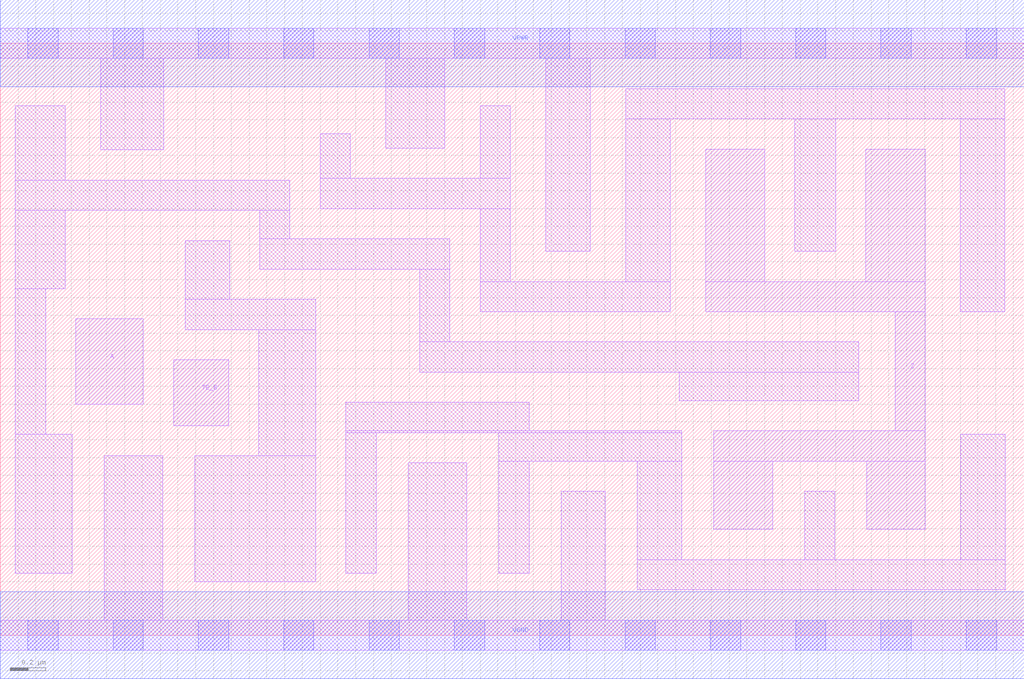
<source format=lef>
# Copyright 2020 The SkyWater PDK Authors
#
# Licensed under the Apache License, Version 2.0 (the "License");
# you may not use this file except in compliance with the License.
# You may obtain a copy of the License at
#
#     https://www.apache.org/licenses/LICENSE-2.0
#
# Unless required by applicable law or agreed to in writing, software
# distributed under the License is distributed on an "AS IS" BASIS,
# WITHOUT WARRANTIES OR CONDITIONS OF ANY KIND, either express or implied.
# See the License for the specific language governing permissions and
# limitations under the License.
#
# SPDX-License-Identifier: Apache-2.0

VERSION 5.7 ;
  NAMESCASESENSITIVE ON ;
  NOWIREEXTENSIONATPIN ON ;
  DIVIDERCHAR "/" ;
  BUSBITCHARS "[]" ;
UNITS
  DATABASE MICRONS 200 ;
END UNITS
MACRO sky130_fd_sc_hs__ebufn_4
  CLASS CORE ;
  SOURCE USER ;
  FOREIGN sky130_fd_sc_hs__ebufn_4 ;
  ORIGIN  0.000000  0.000000 ;
  SIZE  5.760000 BY  3.330000 ;
  SYMMETRY X Y ;
  SITE unit ;
  PIN A
    ANTENNAGATEAREA  0.279000 ;
    DIRECTION INPUT ;
    USE SIGNAL ;
    PORT
      LAYER li1 ;
        RECT 0.425000 1.300000 0.805000 1.780000 ;
    END
  END A
  PIN TE_B
    ANTENNAGATEAREA  0.951000 ;
    DIRECTION INPUT ;
    USE SIGNAL ;
    PORT
      LAYER li1 ;
        RECT 0.975000 1.180000 1.285000 1.550000 ;
    END
  END TE_B
  PIN Z
    ANTENNADIFFAREA  1.101200 ;
    DIRECTION OUTPUT ;
    USE SIGNAL ;
    PORT
      LAYER li1 ;
        RECT 3.970000 1.820000 5.205000 1.990000 ;
        RECT 3.970000 1.990000 4.300000 2.735000 ;
        RECT 4.015000 0.595000 4.345000 0.980000 ;
        RECT 4.015000 0.980000 5.205000 1.150000 ;
        RECT 4.870000 1.990000 5.205000 2.735000 ;
        RECT 4.875000 0.595000 5.205000 0.980000 ;
        RECT 5.035000 1.150000 5.205000 1.820000 ;
    END
  END Z
  PIN VGND
    DIRECTION INOUT ;
    USE GROUND ;
    PORT
      LAYER met1 ;
        RECT 0.000000 -0.245000 5.760000 0.245000 ;
    END
  END VGND
  PIN VPWR
    DIRECTION INOUT ;
    USE POWER ;
    PORT
      LAYER met1 ;
        RECT 0.000000 3.085000 5.760000 3.575000 ;
    END
  END VPWR
  OBS
    LAYER li1 ;
      RECT 0.000000 -0.085000 5.760000 0.085000 ;
      RECT 0.000000  3.245000 5.760000 3.415000 ;
      RECT 0.085000  0.350000 0.405000 1.130000 ;
      RECT 0.085000  1.130000 0.255000 1.950000 ;
      RECT 0.085000  1.950000 0.365000 2.390000 ;
      RECT 0.085000  2.390000 1.630000 2.560000 ;
      RECT 0.085000  2.560000 0.365000 2.980000 ;
      RECT 0.565000  2.730000 0.920000 3.245000 ;
      RECT 0.585000  0.085000 0.915000 1.010000 ;
      RECT 1.040000  1.720000 1.775000 1.890000 ;
      RECT 1.040000  1.890000 1.290000 2.220000 ;
      RECT 1.095000  0.300000 1.775000 1.010000 ;
      RECT 1.455000  1.010000 1.775000 1.720000 ;
      RECT 1.460000  2.060000 2.530000 2.230000 ;
      RECT 1.460000  2.230000 1.630000 2.390000 ;
      RECT 1.800000  2.400000 2.870000 2.570000 ;
      RECT 1.800000  2.570000 1.970000 2.820000 ;
      RECT 1.945000  0.350000 2.115000 1.140000 ;
      RECT 1.945000  1.140000 3.835000 1.150000 ;
      RECT 1.945000  1.150000 2.975000 1.310000 ;
      RECT 2.170000  2.740000 2.500000 3.245000 ;
      RECT 2.295000  0.085000 2.625000 0.970000 ;
      RECT 2.360000  1.480000 4.830000 1.650000 ;
      RECT 2.360000  1.650000 2.530000 2.060000 ;
      RECT 2.700000  1.820000 3.770000 1.990000 ;
      RECT 2.700000  1.990000 2.870000 2.400000 ;
      RECT 2.700000  2.570000 2.870000 2.980000 ;
      RECT 2.805000  0.350000 2.975000 0.980000 ;
      RECT 2.805000  0.980000 3.835000 1.140000 ;
      RECT 3.070000  2.160000 3.320000 3.245000 ;
      RECT 3.155000  0.085000 3.405000 0.810000 ;
      RECT 3.520000  1.990000 3.770000 2.905000 ;
      RECT 3.520000  2.905000 5.650000 3.075000 ;
      RECT 3.585000  0.255000 5.655000 0.425000 ;
      RECT 3.585000  0.425000 3.835000 0.980000 ;
      RECT 3.820000  1.320000 4.830000 1.480000 ;
      RECT 4.470000  2.160000 4.700000 2.905000 ;
      RECT 4.525000  0.425000 4.695000 0.810000 ;
      RECT 5.400000  1.820000 5.650000 2.905000 ;
      RECT 5.405000  0.425000 5.655000 1.130000 ;
    LAYER mcon ;
      RECT 0.155000 -0.085000 0.325000 0.085000 ;
      RECT 0.155000  3.245000 0.325000 3.415000 ;
      RECT 0.635000 -0.085000 0.805000 0.085000 ;
      RECT 0.635000  3.245000 0.805000 3.415000 ;
      RECT 1.115000 -0.085000 1.285000 0.085000 ;
      RECT 1.115000  3.245000 1.285000 3.415000 ;
      RECT 1.595000 -0.085000 1.765000 0.085000 ;
      RECT 1.595000  3.245000 1.765000 3.415000 ;
      RECT 2.075000 -0.085000 2.245000 0.085000 ;
      RECT 2.075000  3.245000 2.245000 3.415000 ;
      RECT 2.555000 -0.085000 2.725000 0.085000 ;
      RECT 2.555000  3.245000 2.725000 3.415000 ;
      RECT 3.035000 -0.085000 3.205000 0.085000 ;
      RECT 3.035000  3.245000 3.205000 3.415000 ;
      RECT 3.515000 -0.085000 3.685000 0.085000 ;
      RECT 3.515000  3.245000 3.685000 3.415000 ;
      RECT 3.995000 -0.085000 4.165000 0.085000 ;
      RECT 3.995000  3.245000 4.165000 3.415000 ;
      RECT 4.475000 -0.085000 4.645000 0.085000 ;
      RECT 4.475000  3.245000 4.645000 3.415000 ;
      RECT 4.955000 -0.085000 5.125000 0.085000 ;
      RECT 4.955000  3.245000 5.125000 3.415000 ;
      RECT 5.435000 -0.085000 5.605000 0.085000 ;
      RECT 5.435000  3.245000 5.605000 3.415000 ;
  END
END sky130_fd_sc_hs__ebufn_4

</source>
